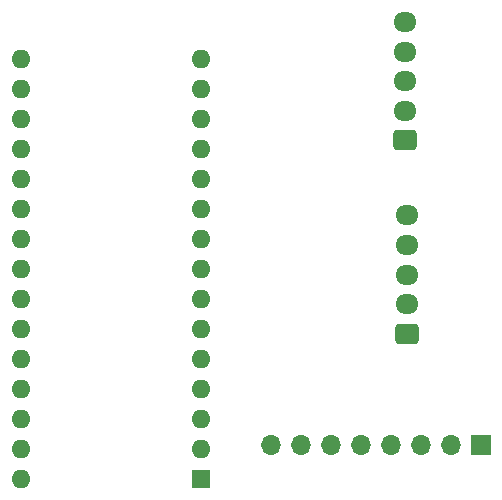
<source format=gbr>
%TF.GenerationSoftware,KiCad,Pcbnew,(6.0.7)*%
%TF.CreationDate,2023-03-11T00:51:03-05:00*%
%TF.ProjectId,GNERAL,474e4552-414c-42e6-9b69-6361645f7063,rev?*%
%TF.SameCoordinates,Original*%
%TF.FileFunction,Soldermask,Bot*%
%TF.FilePolarity,Negative*%
%FSLAX46Y46*%
G04 Gerber Fmt 4.6, Leading zero omitted, Abs format (unit mm)*
G04 Created by KiCad (PCBNEW (6.0.7)) date 2023-03-11 00:51:03*
%MOMM*%
%LPD*%
G01*
G04 APERTURE LIST*
G04 Aperture macros list*
%AMRoundRect*
0 Rectangle with rounded corners*
0 $1 Rounding radius*
0 $2 $3 $4 $5 $6 $7 $8 $9 X,Y pos of 4 corners*
0 Add a 4 corners polygon primitive as box body*
4,1,4,$2,$3,$4,$5,$6,$7,$8,$9,$2,$3,0*
0 Add four circle primitives for the rounded corners*
1,1,$1+$1,$2,$3*
1,1,$1+$1,$4,$5*
1,1,$1+$1,$6,$7*
1,1,$1+$1,$8,$9*
0 Add four rect primitives between the rounded corners*
20,1,$1+$1,$2,$3,$4,$5,0*
20,1,$1+$1,$4,$5,$6,$7,0*
20,1,$1+$1,$6,$7,$8,$9,0*
20,1,$1+$1,$8,$9,$2,$3,0*%
G04 Aperture macros list end*
%ADD10R,1.600000X1.600000*%
%ADD11O,1.600000X1.600000*%
%ADD12R,1.700000X1.700000*%
%ADD13O,1.700000X1.700000*%
%ADD14RoundRect,0.250000X0.725000X-0.600000X0.725000X0.600000X-0.725000X0.600000X-0.725000X-0.600000X0*%
%ADD15O,1.950000X1.700000*%
G04 APERTURE END LIST*
D10*
%TO.C,A1*%
X146810000Y-114380000D03*
D11*
X146810000Y-111840000D03*
X146810000Y-109300000D03*
X146810000Y-106760000D03*
X146810000Y-104220000D03*
X146810000Y-101680000D03*
X146810000Y-99140000D03*
X146810000Y-96600000D03*
X146810000Y-94060000D03*
X146810000Y-91520000D03*
X146810000Y-88980000D03*
X146810000Y-86440000D03*
X146810000Y-83900000D03*
X146810000Y-81360000D03*
X146810000Y-78820000D03*
X131570000Y-78820000D03*
X131570000Y-81360000D03*
X131570000Y-83900000D03*
X131570000Y-86440000D03*
X131570000Y-88980000D03*
X131570000Y-91520000D03*
X131570000Y-94060000D03*
X131570000Y-96600000D03*
X131570000Y-99140000D03*
X131570000Y-101680000D03*
X131570000Y-104220000D03*
X131570000Y-106760000D03*
X131570000Y-109300000D03*
X131570000Y-111840000D03*
X131570000Y-114380000D03*
%TD*%
D12*
%TO.C,J1*%
X170450000Y-111490000D03*
D13*
X167910000Y-111490000D03*
X165370000Y-111490000D03*
X162830000Y-111490000D03*
X160290000Y-111490000D03*
X157750000Y-111490000D03*
X155210000Y-111490000D03*
X152670000Y-111490000D03*
%TD*%
D14*
%TO.C,VDD1*%
X164060000Y-85730000D03*
D15*
X164060000Y-83230000D03*
X164060000Y-80730000D03*
X164060000Y-78230000D03*
X164060000Y-75730000D03*
%TD*%
D14*
%TO.C,Data1*%
X164190000Y-102100000D03*
D15*
X164190000Y-99600000D03*
X164190000Y-97100000D03*
X164190000Y-94600000D03*
X164190000Y-92100000D03*
%TD*%
M02*

</source>
